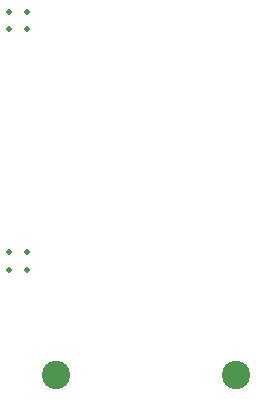
<source format=gbr>
%TF.GenerationSoftware,KiCad,Pcbnew,(5.99.0-12635-ga738257c43)*%
%TF.CreationDate,2021-10-13T00:21:36+02:00*%
%TF.ProjectId,plate,706c6174-652e-46b6-9963-61645f706362,rev?*%
%TF.SameCoordinates,Original*%
%TF.FileFunction,Soldermask,Bot*%
%TF.FilePolarity,Negative*%
%FSLAX46Y46*%
G04 Gerber Fmt 4.6, Leading zero omitted, Abs format (unit mm)*
G04 Created by KiCad (PCBNEW (5.99.0-12635-ga738257c43)) date 2021-10-13 00:21:36*
%MOMM*%
%LPD*%
G01*
G04 APERTURE LIST*
%ADD10C,0.500000*%
%ADD11C,2.400000*%
G04 APERTURE END LIST*
D10*
%TO.C,REF\u002A\u002A*%
X191138000Y-102662000D03*
X191138000Y-104162000D03*
X192638000Y-104162000D03*
X192638000Y-102662000D03*
%TD*%
D11*
%TO.C,h2*%
X195106000Y-113096000D03*
%TD*%
D10*
%TO.C,REF\u002A\u002A*%
X191138000Y-82318000D03*
X191138000Y-83818000D03*
X192638000Y-83818000D03*
X192638000Y-82318000D03*
%TD*%
D11*
%TO.C,h2*%
X210351000Y-113091000D03*
%TD*%
M02*

</source>
